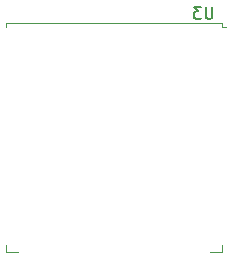
<source format=gbr>
%TF.GenerationSoftware,KiCad,Pcbnew,7.0.9*%
%TF.CreationDate,2024-05-28T15:48:04+02:00*%
%TF.ProjectId,ESP_DB_v1.0,4553505f-4442-45f7-9631-2e302e6b6963,rev?*%
%TF.SameCoordinates,Original*%
%TF.FileFunction,Legend,Bot*%
%TF.FilePolarity,Positive*%
%FSLAX46Y46*%
G04 Gerber Fmt 4.6, Leading zero omitted, Abs format (unit mm)*
G04 Created by KiCad (PCBNEW 7.0.9) date 2024-05-28 15:48:04*
%MOMM*%
%LPD*%
G01*
G04 APERTURE LIST*
%ADD10C,0.150000*%
%ADD11C,0.120000*%
G04 APERTURE END LIST*
D10*
X103341904Y-58054819D02*
X103341904Y-58864342D01*
X103341904Y-58864342D02*
X103294285Y-58959580D01*
X103294285Y-58959580D02*
X103246666Y-59007200D01*
X103246666Y-59007200D02*
X103151428Y-59054819D01*
X103151428Y-59054819D02*
X102960952Y-59054819D01*
X102960952Y-59054819D02*
X102865714Y-59007200D01*
X102865714Y-59007200D02*
X102818095Y-58959580D01*
X102818095Y-58959580D02*
X102770476Y-58864342D01*
X102770476Y-58864342D02*
X102770476Y-58054819D01*
X102389523Y-58054819D02*
X101770476Y-58054819D01*
X101770476Y-58054819D02*
X102103809Y-58435771D01*
X102103809Y-58435771D02*
X101960952Y-58435771D01*
X101960952Y-58435771D02*
X101865714Y-58483390D01*
X101865714Y-58483390D02*
X101818095Y-58531009D01*
X101818095Y-58531009D02*
X101770476Y-58626247D01*
X101770476Y-58626247D02*
X101770476Y-58864342D01*
X101770476Y-58864342D02*
X101818095Y-58959580D01*
X101818095Y-58959580D02*
X101865714Y-59007200D01*
X101865714Y-59007200D02*
X101960952Y-59054819D01*
X101960952Y-59054819D02*
X102246666Y-59054819D01*
X102246666Y-59054819D02*
X102341904Y-59007200D01*
X102341904Y-59007200D02*
X102389523Y-58959580D01*
D11*
%TO.C,U3*%
X104120000Y-78820000D02*
X103120000Y-78820000D01*
X104120000Y-78200000D02*
X104120000Y-78820000D01*
X104120000Y-59800000D02*
X104500000Y-59800000D01*
X104120000Y-59380000D02*
X104120000Y-59800000D01*
X104120000Y-59380000D02*
X85880000Y-59380000D01*
X85880000Y-78820000D02*
X86880000Y-78820000D01*
X85880000Y-78200000D02*
X85880000Y-78820000D01*
X85880000Y-59380000D02*
X85880000Y-59800000D01*
%TD*%
M02*

</source>
